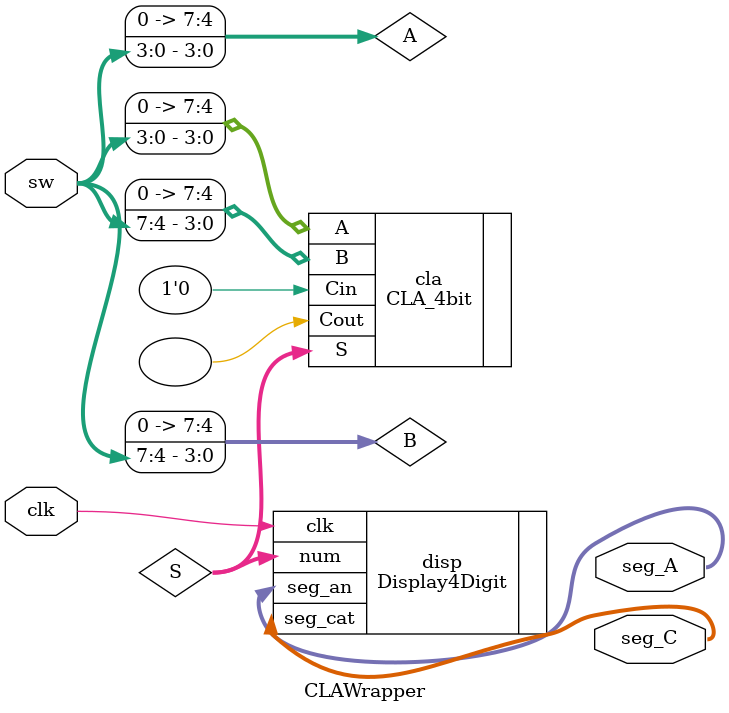
<source format=v>
module CLAWrapper(
    input clk,
    input [7:0] sw,
    output [6:0] seg_C,
    output [1:0] seg_A
);

// wires
wire [7:0] A, B;
wire [7:0] S;

// wire: assign
// reg: always

// Obtain A,B from switch
assign A = sw[3:0];
assign B = sw[7:4];

// Submodule
CLA_4bit cla(
    // input
    .A(A),
    .B(B),
    .Cin(1'b0),

    // output
    .S(S),
    .Cout()
);

Display4Digit disp(
    .clk(clk),
    .num(S),
    .seg_an(seg_A),
    .seg_cat(seg_C)
);


endmodule

</source>
